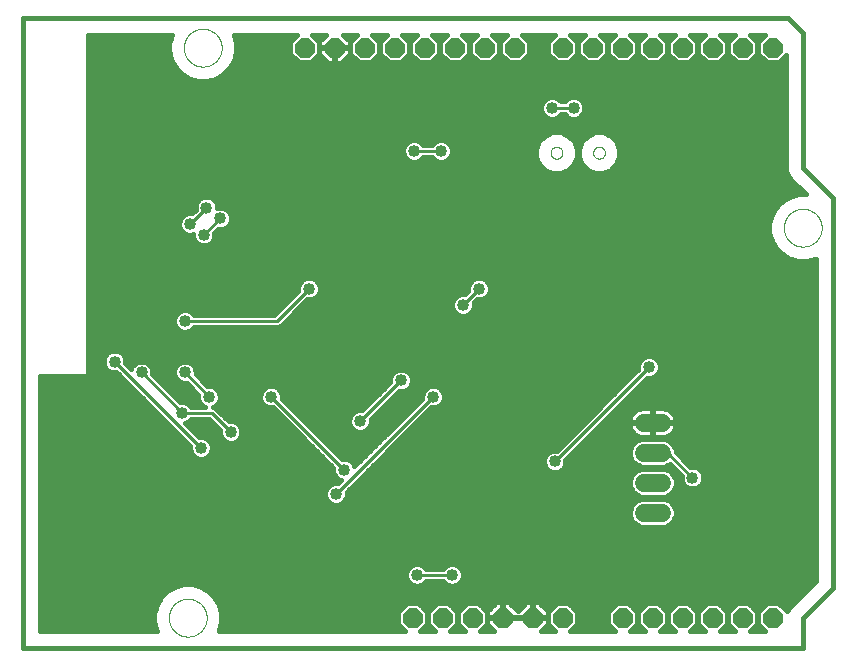
<source format=gbl>
G75*
%MOIN*%
%OFA0B0*%
%FSLAX25Y25*%
%IPPOS*%
%LPD*%
%AMOC8*
5,1,8,0,0,1.08239X$1,22.5*
%
%ADD10C,0.01600*%
%ADD11C,0.00000*%
%ADD12OC8,0.06600*%
%ADD13C,0.06000*%
%ADD14C,0.04000*%
%ADD15C,0.01000*%
D10*
X0027000Y0005737D02*
X0027000Y0215737D01*
X0282000Y0215737D01*
X0287000Y0210737D01*
X0287000Y0165737D01*
X0297000Y0155737D01*
X0297000Y0025737D01*
X0287000Y0015737D01*
X0287000Y0005737D01*
X0027000Y0005737D01*
X0032600Y0011337D02*
X0032600Y0096288D01*
X0048654Y0096288D01*
X0048654Y0210137D01*
X0076724Y0210137D01*
X0076657Y0210021D01*
X0075901Y0207198D01*
X0075901Y0204276D01*
X0076657Y0201453D01*
X0078118Y0198922D01*
X0080185Y0196855D01*
X0082716Y0195394D01*
X0085539Y0194638D01*
X0088461Y0194638D01*
X0091284Y0195394D01*
X0093815Y0196855D01*
X0095882Y0198922D01*
X0097343Y0201453D01*
X0098099Y0204276D01*
X0098099Y0207198D01*
X0097343Y0210021D01*
X0097276Y0210137D01*
X0118470Y0210137D01*
X0116100Y0207767D01*
X0116100Y0203707D01*
X0118970Y0200837D01*
X0123030Y0200837D01*
X0125900Y0203707D01*
X0125900Y0207767D01*
X0123530Y0210137D01*
X0128188Y0210137D01*
X0125900Y0207849D01*
X0125900Y0205921D01*
X0130816Y0205921D01*
X0130816Y0205553D01*
X0131184Y0205553D01*
X0131184Y0200637D01*
X0133112Y0200637D01*
X0136100Y0203625D01*
X0136100Y0205553D01*
X0131184Y0205553D01*
X0131184Y0205921D01*
X0136100Y0205921D01*
X0136100Y0207849D01*
X0133812Y0210137D01*
X0138470Y0210137D01*
X0136100Y0207767D01*
X0136100Y0203707D01*
X0138970Y0200837D01*
X0143030Y0200837D01*
X0145900Y0203707D01*
X0145900Y0207767D01*
X0143530Y0210137D01*
X0148470Y0210137D01*
X0146100Y0207767D01*
X0146100Y0203707D01*
X0148970Y0200837D01*
X0153030Y0200837D01*
X0155900Y0203707D01*
X0155900Y0207767D01*
X0153530Y0210137D01*
X0158470Y0210137D01*
X0156100Y0207767D01*
X0156100Y0203707D01*
X0158970Y0200837D01*
X0163030Y0200837D01*
X0165900Y0203707D01*
X0165900Y0207767D01*
X0163530Y0210137D01*
X0168470Y0210137D01*
X0166100Y0207767D01*
X0166100Y0203707D01*
X0168970Y0200837D01*
X0173030Y0200837D01*
X0175900Y0203707D01*
X0175900Y0207767D01*
X0173530Y0210137D01*
X0178470Y0210137D01*
X0176100Y0207767D01*
X0176100Y0203707D01*
X0178970Y0200837D01*
X0183030Y0200837D01*
X0185900Y0203707D01*
X0185900Y0207767D01*
X0183530Y0210137D01*
X0188470Y0210137D01*
X0186100Y0207767D01*
X0186100Y0203707D01*
X0188970Y0200837D01*
X0193030Y0200837D01*
X0195900Y0203707D01*
X0195900Y0207767D01*
X0193530Y0210137D01*
X0204470Y0210137D01*
X0202100Y0207767D01*
X0202100Y0203707D01*
X0204970Y0200837D01*
X0209030Y0200837D01*
X0211900Y0203707D01*
X0211900Y0207767D01*
X0209530Y0210137D01*
X0214470Y0210137D01*
X0212100Y0207767D01*
X0212100Y0203707D01*
X0214970Y0200837D01*
X0219030Y0200837D01*
X0221900Y0203707D01*
X0221900Y0207767D01*
X0219530Y0210137D01*
X0224470Y0210137D01*
X0222100Y0207767D01*
X0222100Y0203707D01*
X0224970Y0200837D01*
X0229030Y0200837D01*
X0231900Y0203707D01*
X0231900Y0207767D01*
X0229530Y0210137D01*
X0234470Y0210137D01*
X0232100Y0207767D01*
X0232100Y0203707D01*
X0234970Y0200837D01*
X0239030Y0200837D01*
X0241900Y0203707D01*
X0241900Y0207767D01*
X0239530Y0210137D01*
X0244470Y0210137D01*
X0242100Y0207767D01*
X0242100Y0203707D01*
X0244970Y0200837D01*
X0249030Y0200837D01*
X0251900Y0203707D01*
X0251900Y0207767D01*
X0249530Y0210137D01*
X0254470Y0210137D01*
X0252100Y0207767D01*
X0252100Y0203707D01*
X0254970Y0200837D01*
X0259030Y0200837D01*
X0261900Y0203707D01*
X0261900Y0207767D01*
X0259530Y0210137D01*
X0264470Y0210137D01*
X0262100Y0207767D01*
X0262100Y0203707D01*
X0264970Y0200837D01*
X0269030Y0200837D01*
X0271900Y0203707D01*
X0271900Y0207767D01*
X0269530Y0210137D01*
X0274470Y0210137D01*
X0272100Y0207767D01*
X0272100Y0203707D01*
X0274970Y0200837D01*
X0279030Y0200837D01*
X0281400Y0203207D01*
X0281400Y0164623D01*
X0282253Y0162565D01*
X0283828Y0160990D01*
X0287981Y0156836D01*
X0285539Y0156836D01*
X0282716Y0156080D01*
X0280185Y0154619D01*
X0278118Y0152552D01*
X0276657Y0150021D01*
X0275901Y0147198D01*
X0275901Y0144276D01*
X0276657Y0141453D01*
X0278118Y0138922D01*
X0280185Y0136855D01*
X0282716Y0135394D01*
X0285539Y0134638D01*
X0288461Y0134638D01*
X0291284Y0135394D01*
X0291400Y0135461D01*
X0291400Y0028057D01*
X0282253Y0018909D01*
X0281815Y0017852D01*
X0279030Y0020637D01*
X0274970Y0020637D01*
X0272100Y0017767D01*
X0272100Y0013707D01*
X0274470Y0011337D01*
X0269530Y0011337D01*
X0271900Y0013707D01*
X0271900Y0017767D01*
X0269030Y0020637D01*
X0264970Y0020637D01*
X0262100Y0017767D01*
X0262100Y0013707D01*
X0264470Y0011337D01*
X0259530Y0011337D01*
X0261900Y0013707D01*
X0261900Y0017767D01*
X0259030Y0020637D01*
X0254970Y0020637D01*
X0252100Y0017767D01*
X0252100Y0013707D01*
X0254470Y0011337D01*
X0249530Y0011337D01*
X0251900Y0013707D01*
X0251900Y0017767D01*
X0249030Y0020637D01*
X0244970Y0020637D01*
X0242100Y0017767D01*
X0242100Y0013707D01*
X0244470Y0011337D01*
X0239530Y0011337D01*
X0241900Y0013707D01*
X0241900Y0017767D01*
X0239030Y0020637D01*
X0234970Y0020637D01*
X0232100Y0017767D01*
X0232100Y0013707D01*
X0234470Y0011337D01*
X0229530Y0011337D01*
X0231900Y0013707D01*
X0231900Y0017767D01*
X0229030Y0020637D01*
X0224970Y0020637D01*
X0222100Y0017767D01*
X0222100Y0013707D01*
X0224470Y0011337D01*
X0209530Y0011337D01*
X0211900Y0013707D01*
X0211900Y0017767D01*
X0209030Y0020637D01*
X0204970Y0020637D01*
X0202100Y0017767D01*
X0202100Y0013707D01*
X0204470Y0011337D01*
X0199812Y0011337D01*
X0202100Y0013625D01*
X0202100Y0015553D01*
X0197184Y0015553D01*
X0197184Y0015921D01*
X0196816Y0015921D01*
X0196816Y0015553D01*
X0187184Y0015553D01*
X0187184Y0015921D01*
X0192100Y0015921D01*
X0196816Y0015921D01*
X0196816Y0020837D01*
X0194888Y0020837D01*
X0192000Y0017949D01*
X0189112Y0020837D01*
X0187184Y0020837D01*
X0187184Y0015921D01*
X0186816Y0015921D01*
X0186816Y0020837D01*
X0184888Y0020837D01*
X0181900Y0017849D01*
X0181900Y0015921D01*
X0186816Y0015921D01*
X0186816Y0015553D01*
X0181900Y0015553D01*
X0181900Y0013625D01*
X0184188Y0011337D01*
X0179530Y0011337D01*
X0181900Y0013707D01*
X0181900Y0017767D01*
X0179030Y0020637D01*
X0174970Y0020637D01*
X0172100Y0017767D01*
X0172100Y0013707D01*
X0174470Y0011337D01*
X0169530Y0011337D01*
X0171900Y0013707D01*
X0171900Y0017767D01*
X0169030Y0020637D01*
X0164970Y0020637D01*
X0162100Y0017767D01*
X0162100Y0013707D01*
X0164470Y0011337D01*
X0159530Y0011337D01*
X0161900Y0013707D01*
X0161900Y0017767D01*
X0159030Y0020637D01*
X0154970Y0020637D01*
X0152100Y0017767D01*
X0152100Y0013707D01*
X0154470Y0011337D01*
X0092276Y0011337D01*
X0092343Y0011453D01*
X0093099Y0014276D01*
X0093099Y0017198D01*
X0092343Y0020021D01*
X0090882Y0022552D01*
X0088815Y0024619D01*
X0086284Y0026080D01*
X0083461Y0026836D01*
X0080539Y0026836D01*
X0077716Y0026080D01*
X0075185Y0024619D01*
X0073118Y0022552D01*
X0071657Y0020021D01*
X0070901Y0017198D01*
X0070901Y0014276D01*
X0071657Y0011453D01*
X0071724Y0011337D01*
X0032600Y0011337D01*
X0032600Y0012131D02*
X0071475Y0012131D01*
X0071047Y0013730D02*
X0032600Y0013730D01*
X0032600Y0015328D02*
X0070901Y0015328D01*
X0070901Y0016927D02*
X0032600Y0016927D01*
X0032600Y0018525D02*
X0071256Y0018525D01*
X0071716Y0020124D02*
X0032600Y0020124D01*
X0032600Y0021722D02*
X0072639Y0021722D01*
X0073887Y0023321D02*
X0032600Y0023321D01*
X0032600Y0024919D02*
X0075706Y0024919D01*
X0079350Y0026518D02*
X0032600Y0026518D01*
X0032600Y0028116D02*
X0155299Y0028116D01*
X0155348Y0027998D02*
X0156361Y0026985D01*
X0157684Y0026437D01*
X0159116Y0026437D01*
X0160439Y0026985D01*
X0161391Y0027937D01*
X0167109Y0027937D01*
X0168061Y0026985D01*
X0169384Y0026437D01*
X0170816Y0026437D01*
X0172139Y0026985D01*
X0173152Y0027998D01*
X0173700Y0029321D01*
X0173700Y0030753D01*
X0173152Y0032076D01*
X0172139Y0033089D01*
X0170816Y0033637D01*
X0169384Y0033637D01*
X0168061Y0033089D01*
X0167109Y0032137D01*
X0161391Y0032137D01*
X0160439Y0033089D01*
X0159116Y0033637D01*
X0157684Y0033637D01*
X0156361Y0033089D01*
X0155348Y0032076D01*
X0154800Y0030753D01*
X0154800Y0029321D01*
X0155348Y0027998D01*
X0154800Y0029715D02*
X0032600Y0029715D01*
X0032600Y0031313D02*
X0155032Y0031313D01*
X0156184Y0032912D02*
X0032600Y0032912D01*
X0032600Y0034510D02*
X0291400Y0034510D01*
X0291400Y0032912D02*
X0172316Y0032912D01*
X0173468Y0031313D02*
X0291400Y0031313D01*
X0291400Y0029715D02*
X0173700Y0029715D01*
X0173201Y0028116D02*
X0291400Y0028116D01*
X0289861Y0026518D02*
X0171011Y0026518D01*
X0169189Y0026518D02*
X0159311Y0026518D01*
X0157489Y0026518D02*
X0084650Y0026518D01*
X0088294Y0024919D02*
X0288263Y0024919D01*
X0286664Y0023321D02*
X0090113Y0023321D01*
X0091361Y0021722D02*
X0285066Y0021722D01*
X0283467Y0020124D02*
X0279543Y0020124D01*
X0281142Y0018525D02*
X0282093Y0018525D01*
X0274457Y0020124D02*
X0269543Y0020124D01*
X0271142Y0018525D02*
X0272858Y0018525D01*
X0272100Y0016927D02*
X0271900Y0016927D01*
X0271900Y0015328D02*
X0272100Y0015328D01*
X0272100Y0013730D02*
X0271900Y0013730D01*
X0270324Y0012131D02*
X0273676Y0012131D01*
X0263676Y0012131D02*
X0260324Y0012131D01*
X0261900Y0013730D02*
X0262100Y0013730D01*
X0262100Y0015328D02*
X0261900Y0015328D01*
X0261900Y0016927D02*
X0262100Y0016927D01*
X0262858Y0018525D02*
X0261142Y0018525D01*
X0259543Y0020124D02*
X0264457Y0020124D01*
X0254457Y0020124D02*
X0249543Y0020124D01*
X0251142Y0018525D02*
X0252858Y0018525D01*
X0252100Y0016927D02*
X0251900Y0016927D01*
X0251900Y0015328D02*
X0252100Y0015328D01*
X0252100Y0013730D02*
X0251900Y0013730D01*
X0250324Y0012131D02*
X0253676Y0012131D01*
X0243676Y0012131D02*
X0240324Y0012131D01*
X0241900Y0013730D02*
X0242100Y0013730D01*
X0242100Y0015328D02*
X0241900Y0015328D01*
X0241900Y0016927D02*
X0242100Y0016927D01*
X0242858Y0018525D02*
X0241142Y0018525D01*
X0239543Y0020124D02*
X0244457Y0020124D01*
X0234457Y0020124D02*
X0229543Y0020124D01*
X0231142Y0018525D02*
X0232858Y0018525D01*
X0232100Y0016927D02*
X0231900Y0016927D01*
X0231900Y0015328D02*
X0232100Y0015328D01*
X0232100Y0013730D02*
X0231900Y0013730D01*
X0230324Y0012131D02*
X0233676Y0012131D01*
X0223676Y0012131D02*
X0210324Y0012131D01*
X0211900Y0013730D02*
X0222100Y0013730D01*
X0222100Y0015328D02*
X0211900Y0015328D01*
X0211900Y0016927D02*
X0222100Y0016927D01*
X0222858Y0018525D02*
X0211142Y0018525D01*
X0209543Y0020124D02*
X0224457Y0020124D01*
X0204457Y0020124D02*
X0199826Y0020124D01*
X0199112Y0020837D02*
X0197184Y0020837D01*
X0197184Y0015921D01*
X0202100Y0015921D01*
X0202100Y0017849D01*
X0199112Y0020837D01*
X0197184Y0020124D02*
X0196816Y0020124D01*
X0196816Y0018525D02*
X0197184Y0018525D01*
X0197184Y0016927D02*
X0196816Y0016927D01*
X0192576Y0018525D02*
X0191424Y0018525D01*
X0189826Y0020124D02*
X0194174Y0020124D01*
X0187184Y0020124D02*
X0186816Y0020124D01*
X0186816Y0018525D02*
X0187184Y0018525D01*
X0187184Y0016927D02*
X0186816Y0016927D01*
X0184174Y0020124D02*
X0179543Y0020124D01*
X0181142Y0018525D02*
X0182576Y0018525D01*
X0181900Y0016927D02*
X0181900Y0016927D01*
X0181900Y0015328D02*
X0181900Y0015328D01*
X0181900Y0013730D02*
X0181900Y0013730D01*
X0183393Y0012131D02*
X0180324Y0012131D01*
X0173676Y0012131D02*
X0170324Y0012131D01*
X0171900Y0013730D02*
X0172100Y0013730D01*
X0172100Y0015328D02*
X0171900Y0015328D01*
X0171900Y0016927D02*
X0172100Y0016927D01*
X0172858Y0018525D02*
X0171142Y0018525D01*
X0169543Y0020124D02*
X0174457Y0020124D01*
X0164457Y0020124D02*
X0159543Y0020124D01*
X0161142Y0018525D02*
X0162858Y0018525D01*
X0162100Y0016927D02*
X0161900Y0016927D01*
X0161900Y0015328D02*
X0162100Y0015328D01*
X0162100Y0013730D02*
X0161900Y0013730D01*
X0160324Y0012131D02*
X0163676Y0012131D01*
X0153676Y0012131D02*
X0092525Y0012131D01*
X0092953Y0013730D02*
X0152100Y0013730D01*
X0152100Y0015328D02*
X0093099Y0015328D01*
X0093099Y0016927D02*
X0152100Y0016927D01*
X0152858Y0018525D02*
X0092744Y0018525D01*
X0092284Y0020124D02*
X0154457Y0020124D01*
X0160616Y0032912D02*
X0167884Y0032912D01*
X0200607Y0012131D02*
X0203676Y0012131D01*
X0202100Y0013730D02*
X0202100Y0013730D01*
X0202100Y0015328D02*
X0202100Y0015328D01*
X0202100Y0016927D02*
X0202100Y0016927D01*
X0201424Y0018525D02*
X0202858Y0018525D01*
X0231394Y0046837D02*
X0233085Y0046137D01*
X0240915Y0046137D01*
X0242606Y0046837D01*
X0243900Y0048131D01*
X0244600Y0049822D01*
X0244600Y0051652D01*
X0243900Y0053343D01*
X0242606Y0054637D01*
X0240915Y0055337D01*
X0233085Y0055337D01*
X0231394Y0054637D01*
X0230100Y0053343D01*
X0229400Y0051652D01*
X0229400Y0049822D01*
X0230100Y0048131D01*
X0231394Y0046837D01*
X0230933Y0047298D02*
X0032600Y0047298D01*
X0032600Y0045700D02*
X0291400Y0045700D01*
X0291400Y0047298D02*
X0243067Y0047298D01*
X0244217Y0048897D02*
X0291400Y0048897D01*
X0291400Y0050495D02*
X0244600Y0050495D01*
X0244417Y0052094D02*
X0291400Y0052094D01*
X0291400Y0053692D02*
X0243550Y0053692D01*
X0241026Y0055291D02*
X0291400Y0055291D01*
X0291400Y0056889D02*
X0242658Y0056889D01*
X0242606Y0056837D02*
X0243900Y0058131D01*
X0244600Y0059822D01*
X0244600Y0061652D01*
X0243900Y0063343D01*
X0242606Y0064637D01*
X0240915Y0065337D01*
X0233085Y0065337D01*
X0231394Y0064637D01*
X0230100Y0063343D01*
X0229400Y0061652D01*
X0229400Y0059822D01*
X0230100Y0058131D01*
X0231394Y0056837D01*
X0233085Y0056137D01*
X0240915Y0056137D01*
X0242606Y0056837D01*
X0244047Y0058488D02*
X0291400Y0058488D01*
X0291400Y0060086D02*
X0252941Y0060086D01*
X0253252Y0060398D02*
X0253800Y0061721D01*
X0253800Y0063153D01*
X0253252Y0064476D01*
X0252239Y0065489D01*
X0250916Y0066037D01*
X0249570Y0066037D01*
X0244600Y0071007D01*
X0244600Y0071652D01*
X0243900Y0073343D01*
X0242606Y0074637D01*
X0240915Y0075337D01*
X0233085Y0075337D01*
X0231394Y0074637D01*
X0230100Y0073343D01*
X0229400Y0071652D01*
X0229400Y0069822D01*
X0230100Y0068131D01*
X0231394Y0066837D01*
X0233085Y0066137D01*
X0240915Y0066137D01*
X0242606Y0066837D01*
X0242718Y0066949D01*
X0246600Y0063067D01*
X0246600Y0061721D01*
X0247148Y0060398D01*
X0248161Y0059385D01*
X0249484Y0058837D01*
X0250916Y0058837D01*
X0252239Y0059385D01*
X0253252Y0060398D01*
X0253785Y0061685D02*
X0291400Y0061685D01*
X0291400Y0063283D02*
X0253746Y0063283D01*
X0252846Y0064882D02*
X0291400Y0064882D01*
X0291400Y0066480D02*
X0249126Y0066480D01*
X0247528Y0068079D02*
X0291400Y0068079D01*
X0291400Y0069677D02*
X0245929Y0069677D01*
X0244600Y0071276D02*
X0291400Y0071276D01*
X0291400Y0072874D02*
X0244094Y0072874D01*
X0242769Y0074473D02*
X0291400Y0074473D01*
X0291400Y0076072D02*
X0241174Y0076072D01*
X0241124Y0076055D02*
X0241843Y0076289D01*
X0242516Y0076632D01*
X0243127Y0077076D01*
X0243661Y0077610D01*
X0244105Y0078221D01*
X0244448Y0078894D01*
X0244682Y0079613D01*
X0244800Y0080359D01*
X0244800Y0080537D01*
X0237200Y0080537D01*
X0237200Y0075937D01*
X0240378Y0075937D01*
X0241124Y0076055D01*
X0243705Y0077670D02*
X0291400Y0077670D01*
X0291400Y0079269D02*
X0244570Y0079269D01*
X0244800Y0080937D02*
X0244800Y0081115D01*
X0244682Y0081861D01*
X0244448Y0082580D01*
X0244105Y0083253D01*
X0243661Y0083864D01*
X0243127Y0084398D01*
X0242516Y0084842D01*
X0241843Y0085185D01*
X0241124Y0085419D01*
X0240378Y0085537D01*
X0237200Y0085537D01*
X0237200Y0080937D01*
X0244800Y0080937D01*
X0244485Y0082466D02*
X0291400Y0082466D01*
X0291400Y0084064D02*
X0243461Y0084064D01*
X0237200Y0084064D02*
X0236800Y0084064D01*
X0236800Y0085537D02*
X0233622Y0085537D01*
X0232876Y0085419D01*
X0232157Y0085185D01*
X0231484Y0084842D01*
X0230873Y0084398D01*
X0230339Y0083864D01*
X0229895Y0083253D01*
X0229552Y0082580D01*
X0229318Y0081861D01*
X0229200Y0081115D01*
X0229200Y0080937D01*
X0236800Y0080937D01*
X0236800Y0080537D01*
X0237200Y0080537D01*
X0237200Y0080937D01*
X0236800Y0080937D01*
X0236800Y0085537D01*
X0236800Y0082466D02*
X0237200Y0082466D01*
X0237200Y0080867D02*
X0291400Y0080867D01*
X0291400Y0085663D02*
X0225095Y0085663D01*
X0226694Y0087261D02*
X0291400Y0087261D01*
X0291400Y0088860D02*
X0228292Y0088860D01*
X0229891Y0090458D02*
X0291400Y0090458D01*
X0291400Y0092057D02*
X0231489Y0092057D01*
X0233088Y0093655D02*
X0291400Y0093655D01*
X0291400Y0095254D02*
X0234686Y0095254D01*
X0235170Y0095737D02*
X0236516Y0095737D01*
X0237839Y0096285D01*
X0238852Y0097298D01*
X0239400Y0098621D01*
X0239400Y0100053D01*
X0238852Y0101376D01*
X0237839Y0102389D01*
X0236516Y0102937D01*
X0235084Y0102937D01*
X0233761Y0102389D01*
X0232748Y0101376D01*
X0232200Y0100053D01*
X0232200Y0098707D01*
X0204930Y0071437D01*
X0203584Y0071437D01*
X0202261Y0070889D01*
X0201248Y0069876D01*
X0200700Y0068553D01*
X0200700Y0067121D01*
X0201248Y0065798D01*
X0202261Y0064785D01*
X0203584Y0064237D01*
X0205016Y0064237D01*
X0206339Y0064785D01*
X0207352Y0065798D01*
X0207900Y0067121D01*
X0207900Y0068467D01*
X0235170Y0095737D01*
X0238406Y0096852D02*
X0291400Y0096852D01*
X0291400Y0098451D02*
X0239329Y0098451D01*
X0239400Y0100049D02*
X0291400Y0100049D01*
X0291400Y0101648D02*
X0238580Y0101648D01*
X0233020Y0101648D02*
X0061200Y0101648D01*
X0061200Y0101853D02*
X0060652Y0103176D01*
X0059639Y0104189D01*
X0058316Y0104737D01*
X0056884Y0104737D01*
X0055561Y0104189D01*
X0054548Y0103176D01*
X0054000Y0101853D01*
X0054000Y0100421D01*
X0054548Y0099098D01*
X0055561Y0098085D01*
X0056884Y0097537D01*
X0058230Y0097537D01*
X0082800Y0072967D01*
X0082800Y0071621D01*
X0083348Y0070298D01*
X0084361Y0069285D01*
X0085684Y0068737D01*
X0087116Y0068737D01*
X0088439Y0069285D01*
X0089452Y0070298D01*
X0090000Y0071621D01*
X0090000Y0073053D01*
X0089452Y0074376D01*
X0088439Y0075389D01*
X0087116Y0075937D01*
X0085770Y0075937D01*
X0081137Y0080570D01*
X0082139Y0080985D01*
X0083091Y0081937D01*
X0089130Y0081937D01*
X0092700Y0078367D01*
X0092700Y0077021D01*
X0093248Y0075698D01*
X0094261Y0074685D01*
X0095584Y0074137D01*
X0097016Y0074137D01*
X0098339Y0074685D01*
X0099352Y0075698D01*
X0099900Y0077021D01*
X0099900Y0078453D01*
X0099352Y0079776D01*
X0098339Y0080789D01*
X0097016Y0081337D01*
X0095670Y0081337D01*
X0090870Y0086137D01*
X0090540Y0086137D01*
X0091139Y0086385D01*
X0092152Y0087398D01*
X0092700Y0088721D01*
X0092700Y0090153D01*
X0092152Y0091476D01*
X0091139Y0092489D01*
X0089816Y0093037D01*
X0088470Y0093037D01*
X0084600Y0096907D01*
X0084600Y0098253D01*
X0084052Y0099576D01*
X0083039Y0100589D01*
X0081716Y0101137D01*
X0080284Y0101137D01*
X0078961Y0100589D01*
X0077948Y0099576D01*
X0077400Y0098253D01*
X0077400Y0096821D01*
X0077948Y0095498D01*
X0078961Y0094485D01*
X0080284Y0093937D01*
X0081630Y0093937D01*
X0085500Y0090067D01*
X0085500Y0088721D01*
X0086048Y0087398D01*
X0087061Y0086385D01*
X0087660Y0086137D01*
X0083091Y0086137D01*
X0082139Y0087089D01*
X0080816Y0087637D01*
X0079470Y0087637D01*
X0070200Y0096907D01*
X0070200Y0098253D01*
X0069652Y0099576D01*
X0068639Y0100589D01*
X0067316Y0101137D01*
X0065884Y0101137D01*
X0064561Y0100589D01*
X0063548Y0099576D01*
X0063133Y0098574D01*
X0061200Y0100507D01*
X0061200Y0101853D01*
X0060582Y0103246D02*
X0291400Y0103246D01*
X0291400Y0104845D02*
X0048654Y0104845D01*
X0048654Y0106443D02*
X0291400Y0106443D01*
X0291400Y0108042D02*
X0048654Y0108042D01*
X0048654Y0109640D02*
X0291400Y0109640D01*
X0291400Y0111239D02*
X0082203Y0111239D01*
X0081716Y0111037D02*
X0083039Y0111585D01*
X0083991Y0112537D01*
X0112470Y0112537D01*
X0113700Y0113767D01*
X0121770Y0121837D01*
X0123116Y0121837D01*
X0124439Y0122385D01*
X0125452Y0123398D01*
X0126000Y0124721D01*
X0126000Y0126153D01*
X0125452Y0127476D01*
X0124439Y0128489D01*
X0123116Y0129037D01*
X0121684Y0129037D01*
X0120361Y0128489D01*
X0119348Y0127476D01*
X0118800Y0126153D01*
X0118800Y0124807D01*
X0110730Y0116737D01*
X0083991Y0116737D01*
X0083039Y0117689D01*
X0081716Y0118237D01*
X0080284Y0118237D01*
X0078961Y0117689D01*
X0077948Y0116676D01*
X0077400Y0115353D01*
X0077400Y0113921D01*
X0077948Y0112598D01*
X0078961Y0111585D01*
X0080284Y0111037D01*
X0081716Y0111037D01*
X0079797Y0111239D02*
X0048654Y0111239D01*
X0048654Y0112837D02*
X0077849Y0112837D01*
X0077400Y0114436D02*
X0048654Y0114436D01*
X0048654Y0116034D02*
X0077682Y0116034D01*
X0078905Y0117633D02*
X0048654Y0117633D01*
X0048654Y0119231D02*
X0113224Y0119231D01*
X0111626Y0117633D02*
X0083095Y0117633D01*
X0083579Y0100049D02*
X0232200Y0100049D01*
X0231944Y0098451D02*
X0084518Y0098451D01*
X0084655Y0096852D02*
X0149938Y0096852D01*
X0149948Y0096876D02*
X0149400Y0095553D01*
X0149400Y0094207D01*
X0140130Y0084937D01*
X0138784Y0084937D01*
X0137461Y0084389D01*
X0136448Y0083376D01*
X0135900Y0082053D01*
X0135900Y0080621D01*
X0136448Y0079298D01*
X0137461Y0078285D01*
X0138784Y0077737D01*
X0140216Y0077737D01*
X0141539Y0078285D01*
X0142552Y0079298D01*
X0143100Y0080621D01*
X0143100Y0081967D01*
X0152370Y0091237D01*
X0153716Y0091237D01*
X0155039Y0091785D01*
X0156052Y0092798D01*
X0156600Y0094121D01*
X0156600Y0095553D01*
X0156052Y0096876D01*
X0155039Y0097889D01*
X0153716Y0098437D01*
X0152284Y0098437D01*
X0150961Y0097889D01*
X0149948Y0096876D01*
X0149400Y0095254D02*
X0086253Y0095254D01*
X0087852Y0093655D02*
X0148848Y0093655D01*
X0147250Y0092057D02*
X0112272Y0092057D01*
X0111839Y0092489D02*
X0110516Y0093037D01*
X0109084Y0093037D01*
X0107761Y0092489D01*
X0106748Y0091476D01*
X0106200Y0090153D01*
X0106200Y0088721D01*
X0106748Y0087398D01*
X0107761Y0086385D01*
X0109084Y0085837D01*
X0110430Y0085837D01*
X0130500Y0065767D01*
X0130500Y0064421D01*
X0131048Y0063098D01*
X0132061Y0062085D01*
X0133063Y0061670D01*
X0132030Y0060637D01*
X0130684Y0060637D01*
X0129361Y0060089D01*
X0128348Y0059076D01*
X0127800Y0057753D01*
X0127800Y0056321D01*
X0128348Y0054998D01*
X0129361Y0053985D01*
X0130684Y0053437D01*
X0132116Y0053437D01*
X0133439Y0053985D01*
X0134452Y0054998D01*
X0135000Y0056321D01*
X0135000Y0057667D01*
X0163170Y0085837D01*
X0164516Y0085837D01*
X0165839Y0086385D01*
X0166852Y0087398D01*
X0167400Y0088721D01*
X0167400Y0090153D01*
X0166852Y0091476D01*
X0165839Y0092489D01*
X0164516Y0093037D01*
X0163084Y0093037D01*
X0161761Y0092489D01*
X0160748Y0091476D01*
X0160200Y0090153D01*
X0160200Y0088807D01*
X0137567Y0066174D01*
X0137152Y0067176D01*
X0136139Y0068189D01*
X0134816Y0068737D01*
X0133470Y0068737D01*
X0113400Y0088807D01*
X0113400Y0090153D01*
X0112852Y0091476D01*
X0111839Y0092489D01*
X0113274Y0090458D02*
X0145651Y0090458D01*
X0144053Y0088860D02*
X0113400Y0088860D01*
X0114946Y0087261D02*
X0142454Y0087261D01*
X0140856Y0085663D02*
X0116544Y0085663D01*
X0118143Y0084064D02*
X0137136Y0084064D01*
X0136071Y0082466D02*
X0119741Y0082466D01*
X0121340Y0080867D02*
X0135900Y0080867D01*
X0136477Y0079269D02*
X0122938Y0079269D01*
X0124537Y0077670D02*
X0149063Y0077670D01*
X0147465Y0076072D02*
X0126135Y0076072D01*
X0127734Y0074473D02*
X0145866Y0074473D01*
X0144268Y0072874D02*
X0129332Y0072874D01*
X0130931Y0071276D02*
X0142669Y0071276D01*
X0141071Y0069677D02*
X0132529Y0069677D01*
X0136249Y0068079D02*
X0139472Y0068079D01*
X0137874Y0066480D02*
X0137440Y0066480D01*
X0140616Y0063283D02*
X0230076Y0063283D01*
X0229414Y0061685D02*
X0139018Y0061685D01*
X0137419Y0060086D02*
X0229400Y0060086D01*
X0229953Y0058488D02*
X0135821Y0058488D01*
X0135000Y0056889D02*
X0231342Y0056889D01*
X0232974Y0055291D02*
X0134573Y0055291D01*
X0132733Y0053692D02*
X0230450Y0053692D01*
X0229583Y0052094D02*
X0032600Y0052094D01*
X0032600Y0053692D02*
X0130067Y0053692D01*
X0128227Y0055291D02*
X0032600Y0055291D01*
X0032600Y0056889D02*
X0127800Y0056889D01*
X0128104Y0058488D02*
X0032600Y0058488D01*
X0032600Y0060086D02*
X0129358Y0060086D01*
X0130971Y0063283D02*
X0032600Y0063283D01*
X0032600Y0061685D02*
X0133027Y0061685D01*
X0130500Y0064882D02*
X0032600Y0064882D01*
X0032600Y0066480D02*
X0129787Y0066480D01*
X0128188Y0068079D02*
X0032600Y0068079D01*
X0032600Y0069677D02*
X0083968Y0069677D01*
X0082943Y0071276D02*
X0032600Y0071276D01*
X0032600Y0072874D02*
X0082800Y0072874D01*
X0081294Y0074473D02*
X0032600Y0074473D01*
X0032600Y0076072D02*
X0079696Y0076072D01*
X0078097Y0077670D02*
X0032600Y0077670D01*
X0032600Y0079269D02*
X0076499Y0079269D01*
X0074900Y0080867D02*
X0032600Y0080867D01*
X0032600Y0082466D02*
X0073302Y0082466D01*
X0071703Y0084064D02*
X0032600Y0084064D01*
X0032600Y0085663D02*
X0070105Y0085663D01*
X0068506Y0087261D02*
X0032600Y0087261D01*
X0032600Y0088860D02*
X0066908Y0088860D01*
X0065309Y0090458D02*
X0032600Y0090458D01*
X0032600Y0092057D02*
X0063711Y0092057D01*
X0062112Y0093655D02*
X0032600Y0093655D01*
X0032600Y0095254D02*
X0060514Y0095254D01*
X0058915Y0096852D02*
X0048654Y0096852D01*
X0048654Y0098451D02*
X0055195Y0098451D01*
X0054154Y0100049D02*
X0048654Y0100049D01*
X0048654Y0101648D02*
X0054000Y0101648D01*
X0054618Y0103246D02*
X0048654Y0103246D01*
X0061658Y0100049D02*
X0064021Y0100049D01*
X0069179Y0100049D02*
X0078421Y0100049D01*
X0077482Y0098451D02*
X0070118Y0098451D01*
X0070255Y0096852D02*
X0077400Y0096852D01*
X0078192Y0095254D02*
X0071853Y0095254D01*
X0073452Y0093655D02*
X0081912Y0093655D01*
X0083511Y0092057D02*
X0075050Y0092057D01*
X0076649Y0090458D02*
X0085109Y0090458D01*
X0085500Y0088860D02*
X0078247Y0088860D01*
X0081724Y0087261D02*
X0086185Y0087261D01*
X0091344Y0085663D02*
X0110605Y0085663D01*
X0112203Y0084064D02*
X0092943Y0084064D01*
X0094541Y0082466D02*
X0113802Y0082466D01*
X0115400Y0080867D02*
X0098151Y0080867D01*
X0099562Y0079269D02*
X0116999Y0079269D01*
X0118597Y0077670D02*
X0099900Y0077670D01*
X0099507Y0076072D02*
X0120196Y0076072D01*
X0121794Y0074473D02*
X0097827Y0074473D01*
X0094773Y0074473D02*
X0089355Y0074473D01*
X0090000Y0072874D02*
X0123393Y0072874D01*
X0124991Y0071276D02*
X0089857Y0071276D01*
X0088832Y0069677D02*
X0126590Y0069677D01*
X0142215Y0064882D02*
X0202164Y0064882D01*
X0200965Y0066480D02*
X0143813Y0066480D01*
X0145412Y0068079D02*
X0200700Y0068079D01*
X0201166Y0069677D02*
X0147010Y0069677D01*
X0148609Y0071276D02*
X0203195Y0071276D01*
X0206368Y0072874D02*
X0150207Y0072874D01*
X0151806Y0074473D02*
X0207966Y0074473D01*
X0209565Y0076072D02*
X0153404Y0076072D01*
X0155003Y0077670D02*
X0211163Y0077670D01*
X0212762Y0079269D02*
X0156601Y0079269D01*
X0158200Y0080867D02*
X0214360Y0080867D01*
X0215959Y0082466D02*
X0159798Y0082466D01*
X0161397Y0084064D02*
X0217557Y0084064D01*
X0219156Y0085663D02*
X0162995Y0085663D01*
X0166715Y0087261D02*
X0220754Y0087261D01*
X0222353Y0088860D02*
X0167400Y0088860D01*
X0167274Y0090458D02*
X0223951Y0090458D01*
X0225550Y0092057D02*
X0166272Y0092057D01*
X0161328Y0092057D02*
X0155311Y0092057D01*
X0156407Y0093655D02*
X0227148Y0093655D01*
X0228747Y0095254D02*
X0156600Y0095254D01*
X0156062Y0096852D02*
X0230345Y0096852D01*
X0230539Y0084064D02*
X0223497Y0084064D01*
X0221898Y0082466D02*
X0229515Y0082466D01*
X0229200Y0080537D02*
X0229200Y0080359D01*
X0229318Y0079613D01*
X0229552Y0078894D01*
X0229895Y0078221D01*
X0230339Y0077610D01*
X0230873Y0077076D01*
X0231484Y0076632D01*
X0232157Y0076289D01*
X0232876Y0076055D01*
X0233622Y0075937D01*
X0236800Y0075937D01*
X0236800Y0080537D01*
X0229200Y0080537D01*
X0229430Y0079269D02*
X0218701Y0079269D01*
X0220300Y0080867D02*
X0236800Y0080867D01*
X0236800Y0079269D02*
X0237200Y0079269D01*
X0237200Y0077670D02*
X0236800Y0077670D01*
X0236800Y0076072D02*
X0237200Y0076072D01*
X0232826Y0076072D02*
X0215504Y0076072D01*
X0217103Y0077670D02*
X0230295Y0077670D01*
X0231231Y0074473D02*
X0213906Y0074473D01*
X0212307Y0072874D02*
X0229906Y0072874D01*
X0229400Y0071276D02*
X0210709Y0071276D01*
X0209110Y0069677D02*
X0229460Y0069677D01*
X0230153Y0068079D02*
X0207900Y0068079D01*
X0207635Y0066480D02*
X0232256Y0066480D01*
X0231986Y0064882D02*
X0206436Y0064882D01*
X0229400Y0050495D02*
X0032600Y0050495D01*
X0032600Y0048897D02*
X0229783Y0048897D01*
X0244600Y0060086D02*
X0247459Y0060086D01*
X0246615Y0061685D02*
X0244586Y0061685D01*
X0243924Y0063283D02*
X0246384Y0063283D01*
X0244785Y0064882D02*
X0242014Y0064882D01*
X0241744Y0066480D02*
X0243187Y0066480D01*
X0291400Y0044101D02*
X0032600Y0044101D01*
X0032600Y0042503D02*
X0291400Y0042503D01*
X0291400Y0040904D02*
X0032600Y0040904D01*
X0032600Y0039306D02*
X0291400Y0039306D01*
X0291400Y0037707D02*
X0032600Y0037707D01*
X0032600Y0036109D02*
X0291400Y0036109D01*
X0291400Y0112837D02*
X0112770Y0112837D01*
X0114369Y0114436D02*
X0291400Y0114436D01*
X0291400Y0116034D02*
X0115967Y0116034D01*
X0117566Y0117633D02*
X0171013Y0117633D01*
X0170648Y0117998D02*
X0171661Y0116985D01*
X0172984Y0116437D01*
X0174416Y0116437D01*
X0175739Y0116985D01*
X0176752Y0117998D01*
X0177300Y0119321D01*
X0177300Y0120667D01*
X0178470Y0121837D01*
X0179816Y0121837D01*
X0181139Y0122385D01*
X0182152Y0123398D01*
X0182700Y0124721D01*
X0182700Y0126153D01*
X0182152Y0127476D01*
X0181139Y0128489D01*
X0179816Y0129037D01*
X0178384Y0129037D01*
X0177061Y0128489D01*
X0176048Y0127476D01*
X0175500Y0126153D01*
X0175500Y0124807D01*
X0174330Y0123637D01*
X0172984Y0123637D01*
X0171661Y0123089D01*
X0170648Y0122076D01*
X0170100Y0120753D01*
X0170100Y0119321D01*
X0170648Y0117998D01*
X0170137Y0119231D02*
X0119164Y0119231D01*
X0120763Y0120830D02*
X0170132Y0120830D01*
X0171000Y0122428D02*
X0124482Y0122428D01*
X0125712Y0124027D02*
X0174720Y0124027D01*
X0175500Y0125625D02*
X0126000Y0125625D01*
X0125556Y0127224D02*
X0175944Y0127224D01*
X0177866Y0128822D02*
X0123634Y0128822D01*
X0121166Y0128822D02*
X0048654Y0128822D01*
X0048654Y0127224D02*
X0119244Y0127224D01*
X0118800Y0125625D02*
X0048654Y0125625D01*
X0048654Y0124027D02*
X0118020Y0124027D01*
X0116421Y0122428D02*
X0048654Y0122428D01*
X0048654Y0120830D02*
X0114823Y0120830D01*
X0090352Y0141398D02*
X0089339Y0140385D01*
X0088016Y0139837D01*
X0086584Y0139837D01*
X0085261Y0140385D01*
X0084248Y0141398D01*
X0083700Y0142721D01*
X0083700Y0143513D01*
X0083516Y0143437D01*
X0082084Y0143437D01*
X0080761Y0143985D01*
X0079748Y0144998D01*
X0079200Y0146321D01*
X0079200Y0147753D01*
X0079748Y0149076D01*
X0080761Y0150089D01*
X0082084Y0150637D01*
X0083430Y0150637D01*
X0084600Y0151807D01*
X0084600Y0153153D01*
X0085148Y0154476D01*
X0086161Y0155489D01*
X0087484Y0156037D01*
X0088916Y0156037D01*
X0090239Y0155489D01*
X0091252Y0154476D01*
X0091800Y0153153D01*
X0091800Y0152361D01*
X0091984Y0152437D01*
X0093416Y0152437D01*
X0094739Y0151889D01*
X0095752Y0150876D01*
X0096300Y0149553D01*
X0096300Y0148121D01*
X0095752Y0146798D01*
X0094739Y0145785D01*
X0093416Y0145237D01*
X0092070Y0145237D01*
X0090900Y0144067D01*
X0090900Y0142721D01*
X0090352Y0141398D01*
X0090440Y0141610D02*
X0276615Y0141610D01*
X0276187Y0143209D02*
X0090900Y0143209D01*
X0091640Y0144807D02*
X0275901Y0144807D01*
X0275901Y0146406D02*
X0095360Y0146406D01*
X0096252Y0148005D02*
X0276117Y0148005D01*
X0276545Y0149603D02*
X0096279Y0149603D01*
X0095427Y0151202D02*
X0277339Y0151202D01*
X0278366Y0152800D02*
X0091800Y0152800D01*
X0091284Y0154399D02*
X0279965Y0154399D01*
X0282573Y0155997D02*
X0089012Y0155997D01*
X0087388Y0155997D02*
X0048654Y0155997D01*
X0048654Y0154399D02*
X0085116Y0154399D01*
X0084600Y0152800D02*
X0048654Y0152800D01*
X0048654Y0151202D02*
X0083995Y0151202D01*
X0080275Y0149603D02*
X0048654Y0149603D01*
X0048654Y0148005D02*
X0079304Y0148005D01*
X0079200Y0146406D02*
X0048654Y0146406D01*
X0048654Y0144807D02*
X0079938Y0144807D01*
X0083700Y0143209D02*
X0048654Y0143209D01*
X0048654Y0141610D02*
X0084160Y0141610D01*
X0086162Y0140012D02*
X0048654Y0140012D01*
X0048654Y0138413D02*
X0278627Y0138413D01*
X0277489Y0140012D02*
X0088438Y0140012D01*
X0048654Y0136815D02*
X0280255Y0136815D01*
X0283379Y0135216D02*
X0048654Y0135216D01*
X0048654Y0133618D02*
X0291400Y0133618D01*
X0291400Y0135216D02*
X0290621Y0135216D01*
X0291400Y0132019D02*
X0048654Y0132019D01*
X0048654Y0130421D02*
X0291400Y0130421D01*
X0291400Y0128822D02*
X0180334Y0128822D01*
X0182256Y0127224D02*
X0291400Y0127224D01*
X0291400Y0125625D02*
X0182700Y0125625D01*
X0182412Y0124027D02*
X0291400Y0124027D01*
X0291400Y0122428D02*
X0181182Y0122428D01*
X0177463Y0120830D02*
X0291400Y0120830D01*
X0291400Y0119231D02*
X0177263Y0119231D01*
X0176387Y0117633D02*
X0291400Y0117633D01*
X0287222Y0157596D02*
X0048654Y0157596D01*
X0048654Y0159194D02*
X0285623Y0159194D01*
X0284025Y0160793D02*
X0048654Y0160793D01*
X0048654Y0162391D02*
X0282426Y0162391D01*
X0281662Y0163990D02*
X0220484Y0163990D01*
X0220433Y0163969D02*
X0222921Y0164999D01*
X0224825Y0166903D01*
X0225855Y0169391D01*
X0225855Y0172083D01*
X0224825Y0174571D01*
X0222921Y0176475D01*
X0220433Y0177505D01*
X0217740Y0177505D01*
X0215253Y0176475D01*
X0213349Y0174571D01*
X0212318Y0172083D01*
X0212318Y0169391D01*
X0213349Y0166903D01*
X0215253Y0164999D01*
X0217740Y0163969D01*
X0220433Y0163969D01*
X0217689Y0163990D02*
X0206311Y0163990D01*
X0206260Y0163969D02*
X0208747Y0164999D01*
X0210651Y0166903D01*
X0211682Y0169391D01*
X0211682Y0172083D01*
X0210651Y0174571D01*
X0208747Y0176475D01*
X0206260Y0177505D01*
X0203567Y0177505D01*
X0201079Y0176475D01*
X0199175Y0174571D01*
X0198145Y0172083D01*
X0198145Y0169391D01*
X0199175Y0166903D01*
X0201079Y0164999D01*
X0203567Y0163969D01*
X0206260Y0163969D01*
X0203516Y0163990D02*
X0048654Y0163990D01*
X0048654Y0165588D02*
X0200490Y0165588D01*
X0199058Y0167187D02*
X0048654Y0167187D01*
X0048654Y0168785D02*
X0154961Y0168785D01*
X0155461Y0168285D02*
X0156784Y0167737D01*
X0158216Y0167737D01*
X0159539Y0168285D01*
X0160491Y0169237D01*
X0163509Y0169237D01*
X0164461Y0168285D01*
X0165784Y0167737D01*
X0167216Y0167737D01*
X0168539Y0168285D01*
X0169552Y0169298D01*
X0170100Y0170621D01*
X0170100Y0172053D01*
X0169552Y0173376D01*
X0168539Y0174389D01*
X0167216Y0174937D01*
X0165784Y0174937D01*
X0164461Y0174389D01*
X0163509Y0173437D01*
X0160491Y0173437D01*
X0159539Y0174389D01*
X0158216Y0174937D01*
X0156784Y0174937D01*
X0155461Y0174389D01*
X0154448Y0173376D01*
X0153900Y0172053D01*
X0153900Y0170621D01*
X0154448Y0169298D01*
X0155461Y0168285D01*
X0153998Y0170384D02*
X0048654Y0170384D01*
X0048654Y0171982D02*
X0153900Y0171982D01*
X0154653Y0173581D02*
X0048654Y0173581D01*
X0048654Y0175179D02*
X0199783Y0175179D01*
X0198765Y0173581D02*
X0169347Y0173581D01*
X0170100Y0171982D02*
X0198145Y0171982D01*
X0198145Y0170384D02*
X0170002Y0170384D01*
X0169039Y0168785D02*
X0198396Y0168785D01*
X0209337Y0165588D02*
X0214663Y0165588D01*
X0213231Y0167187D02*
X0210769Y0167187D01*
X0211431Y0168785D02*
X0212569Y0168785D01*
X0212318Y0170384D02*
X0211682Y0170384D01*
X0211682Y0171982D02*
X0212318Y0171982D01*
X0212938Y0173581D02*
X0211062Y0173581D01*
X0210043Y0175179D02*
X0213957Y0175179D01*
X0215983Y0176778D02*
X0208017Y0176778D01*
X0201810Y0176778D02*
X0048654Y0176778D01*
X0048654Y0178376D02*
X0281400Y0178376D01*
X0281400Y0176778D02*
X0222190Y0176778D01*
X0224217Y0175179D02*
X0281400Y0175179D01*
X0281400Y0173581D02*
X0225235Y0173581D01*
X0225855Y0171982D02*
X0281400Y0171982D01*
X0281400Y0170384D02*
X0225855Y0170384D01*
X0225604Y0168785D02*
X0281400Y0168785D01*
X0281400Y0167187D02*
X0224942Y0167187D01*
X0223510Y0165588D02*
X0281400Y0165588D01*
X0281400Y0179975D02*
X0048654Y0179975D01*
X0048654Y0181573D02*
X0281400Y0181573D01*
X0281400Y0183172D02*
X0213126Y0183172D01*
X0212639Y0182685D02*
X0213652Y0183698D01*
X0214200Y0185021D01*
X0214200Y0186453D01*
X0213652Y0187776D01*
X0212639Y0188789D01*
X0211316Y0189337D01*
X0209884Y0189337D01*
X0208561Y0188789D01*
X0207609Y0187837D01*
X0206391Y0187837D01*
X0205439Y0188789D01*
X0204116Y0189337D01*
X0202684Y0189337D01*
X0201361Y0188789D01*
X0200348Y0187776D01*
X0199800Y0186453D01*
X0199800Y0185021D01*
X0200348Y0183698D01*
X0201361Y0182685D01*
X0202684Y0182137D01*
X0204116Y0182137D01*
X0205439Y0182685D01*
X0206391Y0183637D01*
X0207609Y0183637D01*
X0208561Y0182685D01*
X0209884Y0182137D01*
X0211316Y0182137D01*
X0212639Y0182685D01*
X0214096Y0184770D02*
X0281400Y0184770D01*
X0281400Y0186369D02*
X0214200Y0186369D01*
X0213461Y0187967D02*
X0281400Y0187967D01*
X0281400Y0189566D02*
X0048654Y0189566D01*
X0048654Y0191164D02*
X0281400Y0191164D01*
X0281400Y0192763D02*
X0048654Y0192763D01*
X0048654Y0194361D02*
X0281400Y0194361D01*
X0281400Y0195960D02*
X0092264Y0195960D01*
X0094518Y0197558D02*
X0281400Y0197558D01*
X0281400Y0199157D02*
X0096017Y0199157D01*
X0096940Y0200755D02*
X0128769Y0200755D01*
X0128888Y0200637D02*
X0130816Y0200637D01*
X0130816Y0205553D01*
X0125900Y0205553D01*
X0125900Y0203625D01*
X0128888Y0200637D01*
X0130816Y0200755D02*
X0131184Y0200755D01*
X0131184Y0202354D02*
X0130816Y0202354D01*
X0130816Y0203952D02*
X0131184Y0203952D01*
X0131184Y0205551D02*
X0130816Y0205551D01*
X0127171Y0202354D02*
X0124547Y0202354D01*
X0125900Y0203952D02*
X0125900Y0203952D01*
X0125900Y0205551D02*
X0125900Y0205551D01*
X0125900Y0207149D02*
X0125900Y0207149D01*
X0126798Y0208748D02*
X0124919Y0208748D01*
X0117453Y0202354D02*
X0097584Y0202354D01*
X0098013Y0203952D02*
X0116100Y0203952D01*
X0116100Y0205551D02*
X0098099Y0205551D01*
X0098099Y0207149D02*
X0116100Y0207149D01*
X0117081Y0208748D02*
X0097684Y0208748D01*
X0081736Y0195960D02*
X0048654Y0195960D01*
X0048654Y0197558D02*
X0079482Y0197558D01*
X0077983Y0199157D02*
X0048654Y0199157D01*
X0048654Y0200755D02*
X0077060Y0200755D01*
X0076416Y0202354D02*
X0048654Y0202354D01*
X0048654Y0203952D02*
X0075987Y0203952D01*
X0075901Y0205551D02*
X0048654Y0205551D01*
X0048654Y0207149D02*
X0075901Y0207149D01*
X0076316Y0208748D02*
X0048654Y0208748D01*
X0048654Y0187967D02*
X0200539Y0187967D01*
X0199800Y0186369D02*
X0048654Y0186369D01*
X0048654Y0184770D02*
X0199904Y0184770D01*
X0200874Y0183172D02*
X0048654Y0183172D01*
X0133231Y0200755D02*
X0281400Y0200755D01*
X0281400Y0202354D02*
X0280547Y0202354D01*
X0273453Y0202354D02*
X0270547Y0202354D01*
X0271900Y0203952D02*
X0272100Y0203952D01*
X0272100Y0205551D02*
X0271900Y0205551D01*
X0271900Y0207149D02*
X0272100Y0207149D01*
X0273081Y0208748D02*
X0270919Y0208748D01*
X0263081Y0208748D02*
X0260919Y0208748D01*
X0261900Y0207149D02*
X0262100Y0207149D01*
X0262100Y0205551D02*
X0261900Y0205551D01*
X0261900Y0203952D02*
X0262100Y0203952D01*
X0263453Y0202354D02*
X0260547Y0202354D01*
X0253453Y0202354D02*
X0250547Y0202354D01*
X0251900Y0203952D02*
X0252100Y0203952D01*
X0252100Y0205551D02*
X0251900Y0205551D01*
X0251900Y0207149D02*
X0252100Y0207149D01*
X0253081Y0208748D02*
X0250919Y0208748D01*
X0243453Y0202354D02*
X0240547Y0202354D01*
X0241900Y0203952D02*
X0242100Y0203952D01*
X0242100Y0205551D02*
X0241900Y0205551D01*
X0241900Y0207149D02*
X0242100Y0207149D01*
X0243081Y0208748D02*
X0240919Y0208748D01*
X0233081Y0208748D02*
X0230919Y0208748D01*
X0231900Y0207149D02*
X0232100Y0207149D01*
X0232100Y0205551D02*
X0231900Y0205551D01*
X0231900Y0203952D02*
X0232100Y0203952D01*
X0233453Y0202354D02*
X0230547Y0202354D01*
X0223453Y0202354D02*
X0220547Y0202354D01*
X0221900Y0203952D02*
X0222100Y0203952D01*
X0222100Y0205551D02*
X0221900Y0205551D01*
X0221900Y0207149D02*
X0222100Y0207149D01*
X0223081Y0208748D02*
X0220919Y0208748D01*
X0213453Y0202354D02*
X0210547Y0202354D01*
X0211900Y0203952D02*
X0212100Y0203952D01*
X0212100Y0205551D02*
X0211900Y0205551D01*
X0211900Y0207149D02*
X0212100Y0207149D01*
X0213081Y0208748D02*
X0210919Y0208748D01*
X0203081Y0208748D02*
X0194919Y0208748D01*
X0195900Y0207149D02*
X0202100Y0207149D01*
X0202100Y0205551D02*
X0195900Y0205551D01*
X0195900Y0203952D02*
X0202100Y0203952D01*
X0203453Y0202354D02*
X0194547Y0202354D01*
X0187453Y0202354D02*
X0184547Y0202354D01*
X0185900Y0203952D02*
X0186100Y0203952D01*
X0186100Y0205551D02*
X0185900Y0205551D01*
X0185900Y0207149D02*
X0186100Y0207149D01*
X0187081Y0208748D02*
X0184919Y0208748D01*
X0177453Y0202354D02*
X0174547Y0202354D01*
X0175900Y0203952D02*
X0176100Y0203952D01*
X0176100Y0205551D02*
X0175900Y0205551D01*
X0175900Y0207149D02*
X0176100Y0207149D01*
X0177081Y0208748D02*
X0174919Y0208748D01*
X0167081Y0208748D02*
X0164919Y0208748D01*
X0165900Y0207149D02*
X0166100Y0207149D01*
X0166100Y0205551D02*
X0165900Y0205551D01*
X0165900Y0203952D02*
X0166100Y0203952D01*
X0167453Y0202354D02*
X0164547Y0202354D01*
X0157453Y0202354D02*
X0154547Y0202354D01*
X0155900Y0203952D02*
X0156100Y0203952D01*
X0156100Y0205551D02*
X0155900Y0205551D01*
X0155900Y0207149D02*
X0156100Y0207149D01*
X0157081Y0208748D02*
X0154919Y0208748D01*
X0147453Y0202354D02*
X0144547Y0202354D01*
X0145900Y0203952D02*
X0146100Y0203952D01*
X0146100Y0205551D02*
X0145900Y0205551D01*
X0145900Y0207149D02*
X0146100Y0207149D01*
X0147081Y0208748D02*
X0144919Y0208748D01*
X0137081Y0208748D02*
X0135202Y0208748D01*
X0136100Y0207149D02*
X0136100Y0207149D01*
X0136100Y0205551D02*
X0136100Y0205551D01*
X0136100Y0203952D02*
X0136100Y0203952D01*
X0134829Y0202354D02*
X0137453Y0202354D01*
X0160347Y0173581D02*
X0163653Y0173581D01*
X0163961Y0168785D02*
X0160039Y0168785D01*
X0205926Y0183172D02*
X0208074Y0183172D01*
X0207739Y0187967D02*
X0206261Y0187967D01*
X0107328Y0092057D02*
X0091572Y0092057D01*
X0092574Y0090458D02*
X0106326Y0090458D01*
X0106200Y0088860D02*
X0092700Y0088860D01*
X0092015Y0087261D02*
X0106885Y0087261D01*
X0091799Y0079269D02*
X0082438Y0079269D01*
X0081854Y0080867D02*
X0090200Y0080867D01*
X0092700Y0077670D02*
X0084037Y0077670D01*
X0085635Y0076072D02*
X0093093Y0076072D01*
X0142523Y0079269D02*
X0150662Y0079269D01*
X0152260Y0080867D02*
X0143100Y0080867D01*
X0143598Y0082466D02*
X0153859Y0082466D01*
X0155457Y0084064D02*
X0145197Y0084064D01*
X0146795Y0085663D02*
X0157056Y0085663D01*
X0158654Y0087261D02*
X0148394Y0087261D01*
X0149992Y0088860D02*
X0160200Y0088860D01*
X0160326Y0090458D02*
X0151591Y0090458D01*
D11*
X0027000Y0005737D02*
X0027000Y0215737D01*
X0281000Y0215737D01*
X0287000Y0209737D01*
X0287000Y0164737D01*
X0297000Y0154737D01*
X0297000Y0025737D01*
X0287000Y0015737D01*
X0287000Y0005737D01*
X0027000Y0005737D01*
X0075701Y0015737D02*
X0075703Y0015895D01*
X0075709Y0016053D01*
X0075719Y0016211D01*
X0075733Y0016369D01*
X0075751Y0016526D01*
X0075772Y0016683D01*
X0075798Y0016839D01*
X0075828Y0016995D01*
X0075861Y0017150D01*
X0075899Y0017303D01*
X0075940Y0017456D01*
X0075985Y0017608D01*
X0076034Y0017759D01*
X0076087Y0017908D01*
X0076143Y0018056D01*
X0076203Y0018202D01*
X0076267Y0018347D01*
X0076335Y0018490D01*
X0076406Y0018632D01*
X0076480Y0018772D01*
X0076558Y0018909D01*
X0076640Y0019045D01*
X0076724Y0019179D01*
X0076813Y0019310D01*
X0076904Y0019439D01*
X0076999Y0019566D01*
X0077096Y0019691D01*
X0077197Y0019813D01*
X0077301Y0019932D01*
X0077408Y0020049D01*
X0077518Y0020163D01*
X0077631Y0020274D01*
X0077746Y0020383D01*
X0077864Y0020488D01*
X0077985Y0020590D01*
X0078108Y0020690D01*
X0078234Y0020786D01*
X0078362Y0020879D01*
X0078492Y0020969D01*
X0078625Y0021055D01*
X0078760Y0021139D01*
X0078896Y0021218D01*
X0079035Y0021295D01*
X0079176Y0021367D01*
X0079318Y0021437D01*
X0079462Y0021502D01*
X0079608Y0021564D01*
X0079755Y0021622D01*
X0079904Y0021677D01*
X0080054Y0021728D01*
X0080205Y0021775D01*
X0080357Y0021818D01*
X0080510Y0021857D01*
X0080665Y0021893D01*
X0080820Y0021924D01*
X0080976Y0021952D01*
X0081132Y0021976D01*
X0081289Y0021996D01*
X0081447Y0022012D01*
X0081604Y0022024D01*
X0081763Y0022032D01*
X0081921Y0022036D01*
X0082079Y0022036D01*
X0082237Y0022032D01*
X0082396Y0022024D01*
X0082553Y0022012D01*
X0082711Y0021996D01*
X0082868Y0021976D01*
X0083024Y0021952D01*
X0083180Y0021924D01*
X0083335Y0021893D01*
X0083490Y0021857D01*
X0083643Y0021818D01*
X0083795Y0021775D01*
X0083946Y0021728D01*
X0084096Y0021677D01*
X0084245Y0021622D01*
X0084392Y0021564D01*
X0084538Y0021502D01*
X0084682Y0021437D01*
X0084824Y0021367D01*
X0084965Y0021295D01*
X0085104Y0021218D01*
X0085240Y0021139D01*
X0085375Y0021055D01*
X0085508Y0020969D01*
X0085638Y0020879D01*
X0085766Y0020786D01*
X0085892Y0020690D01*
X0086015Y0020590D01*
X0086136Y0020488D01*
X0086254Y0020383D01*
X0086369Y0020274D01*
X0086482Y0020163D01*
X0086592Y0020049D01*
X0086699Y0019932D01*
X0086803Y0019813D01*
X0086904Y0019691D01*
X0087001Y0019566D01*
X0087096Y0019439D01*
X0087187Y0019310D01*
X0087276Y0019179D01*
X0087360Y0019045D01*
X0087442Y0018909D01*
X0087520Y0018772D01*
X0087594Y0018632D01*
X0087665Y0018490D01*
X0087733Y0018347D01*
X0087797Y0018202D01*
X0087857Y0018056D01*
X0087913Y0017908D01*
X0087966Y0017759D01*
X0088015Y0017608D01*
X0088060Y0017456D01*
X0088101Y0017303D01*
X0088139Y0017150D01*
X0088172Y0016995D01*
X0088202Y0016839D01*
X0088228Y0016683D01*
X0088249Y0016526D01*
X0088267Y0016369D01*
X0088281Y0016211D01*
X0088291Y0016053D01*
X0088297Y0015895D01*
X0088299Y0015737D01*
X0088297Y0015579D01*
X0088291Y0015421D01*
X0088281Y0015263D01*
X0088267Y0015105D01*
X0088249Y0014948D01*
X0088228Y0014791D01*
X0088202Y0014635D01*
X0088172Y0014479D01*
X0088139Y0014324D01*
X0088101Y0014171D01*
X0088060Y0014018D01*
X0088015Y0013866D01*
X0087966Y0013715D01*
X0087913Y0013566D01*
X0087857Y0013418D01*
X0087797Y0013272D01*
X0087733Y0013127D01*
X0087665Y0012984D01*
X0087594Y0012842D01*
X0087520Y0012702D01*
X0087442Y0012565D01*
X0087360Y0012429D01*
X0087276Y0012295D01*
X0087187Y0012164D01*
X0087096Y0012035D01*
X0087001Y0011908D01*
X0086904Y0011783D01*
X0086803Y0011661D01*
X0086699Y0011542D01*
X0086592Y0011425D01*
X0086482Y0011311D01*
X0086369Y0011200D01*
X0086254Y0011091D01*
X0086136Y0010986D01*
X0086015Y0010884D01*
X0085892Y0010784D01*
X0085766Y0010688D01*
X0085638Y0010595D01*
X0085508Y0010505D01*
X0085375Y0010419D01*
X0085240Y0010335D01*
X0085104Y0010256D01*
X0084965Y0010179D01*
X0084824Y0010107D01*
X0084682Y0010037D01*
X0084538Y0009972D01*
X0084392Y0009910D01*
X0084245Y0009852D01*
X0084096Y0009797D01*
X0083946Y0009746D01*
X0083795Y0009699D01*
X0083643Y0009656D01*
X0083490Y0009617D01*
X0083335Y0009581D01*
X0083180Y0009550D01*
X0083024Y0009522D01*
X0082868Y0009498D01*
X0082711Y0009478D01*
X0082553Y0009462D01*
X0082396Y0009450D01*
X0082237Y0009442D01*
X0082079Y0009438D01*
X0081921Y0009438D01*
X0081763Y0009442D01*
X0081604Y0009450D01*
X0081447Y0009462D01*
X0081289Y0009478D01*
X0081132Y0009498D01*
X0080976Y0009522D01*
X0080820Y0009550D01*
X0080665Y0009581D01*
X0080510Y0009617D01*
X0080357Y0009656D01*
X0080205Y0009699D01*
X0080054Y0009746D01*
X0079904Y0009797D01*
X0079755Y0009852D01*
X0079608Y0009910D01*
X0079462Y0009972D01*
X0079318Y0010037D01*
X0079176Y0010107D01*
X0079035Y0010179D01*
X0078896Y0010256D01*
X0078760Y0010335D01*
X0078625Y0010419D01*
X0078492Y0010505D01*
X0078362Y0010595D01*
X0078234Y0010688D01*
X0078108Y0010784D01*
X0077985Y0010884D01*
X0077864Y0010986D01*
X0077746Y0011091D01*
X0077631Y0011200D01*
X0077518Y0011311D01*
X0077408Y0011425D01*
X0077301Y0011542D01*
X0077197Y0011661D01*
X0077096Y0011783D01*
X0076999Y0011908D01*
X0076904Y0012035D01*
X0076813Y0012164D01*
X0076724Y0012295D01*
X0076640Y0012429D01*
X0076558Y0012565D01*
X0076480Y0012702D01*
X0076406Y0012842D01*
X0076335Y0012984D01*
X0076267Y0013127D01*
X0076203Y0013272D01*
X0076143Y0013418D01*
X0076087Y0013566D01*
X0076034Y0013715D01*
X0075985Y0013866D01*
X0075940Y0014018D01*
X0075899Y0014171D01*
X0075861Y0014324D01*
X0075828Y0014479D01*
X0075798Y0014635D01*
X0075772Y0014791D01*
X0075751Y0014948D01*
X0075733Y0015105D01*
X0075719Y0015263D01*
X0075709Y0015421D01*
X0075703Y0015579D01*
X0075701Y0015737D01*
X0202944Y0170737D02*
X0202946Y0170825D01*
X0202952Y0170913D01*
X0202962Y0171001D01*
X0202976Y0171089D01*
X0202993Y0171175D01*
X0203015Y0171261D01*
X0203040Y0171345D01*
X0203070Y0171429D01*
X0203102Y0171511D01*
X0203139Y0171591D01*
X0203179Y0171670D01*
X0203223Y0171747D01*
X0203270Y0171822D01*
X0203320Y0171894D01*
X0203374Y0171965D01*
X0203430Y0172032D01*
X0203490Y0172098D01*
X0203552Y0172160D01*
X0203618Y0172220D01*
X0203685Y0172276D01*
X0203756Y0172330D01*
X0203828Y0172380D01*
X0203903Y0172427D01*
X0203980Y0172471D01*
X0204059Y0172511D01*
X0204139Y0172548D01*
X0204221Y0172580D01*
X0204305Y0172610D01*
X0204389Y0172635D01*
X0204475Y0172657D01*
X0204561Y0172674D01*
X0204649Y0172688D01*
X0204737Y0172698D01*
X0204825Y0172704D01*
X0204913Y0172706D01*
X0205001Y0172704D01*
X0205089Y0172698D01*
X0205177Y0172688D01*
X0205265Y0172674D01*
X0205351Y0172657D01*
X0205437Y0172635D01*
X0205521Y0172610D01*
X0205605Y0172580D01*
X0205687Y0172548D01*
X0205767Y0172511D01*
X0205846Y0172471D01*
X0205923Y0172427D01*
X0205998Y0172380D01*
X0206070Y0172330D01*
X0206141Y0172276D01*
X0206208Y0172220D01*
X0206274Y0172160D01*
X0206336Y0172098D01*
X0206396Y0172032D01*
X0206452Y0171965D01*
X0206506Y0171894D01*
X0206556Y0171822D01*
X0206603Y0171747D01*
X0206647Y0171670D01*
X0206687Y0171591D01*
X0206724Y0171511D01*
X0206756Y0171429D01*
X0206786Y0171345D01*
X0206811Y0171261D01*
X0206833Y0171175D01*
X0206850Y0171089D01*
X0206864Y0171001D01*
X0206874Y0170913D01*
X0206880Y0170825D01*
X0206882Y0170737D01*
X0206880Y0170649D01*
X0206874Y0170561D01*
X0206864Y0170473D01*
X0206850Y0170385D01*
X0206833Y0170299D01*
X0206811Y0170213D01*
X0206786Y0170129D01*
X0206756Y0170045D01*
X0206724Y0169963D01*
X0206687Y0169883D01*
X0206647Y0169804D01*
X0206603Y0169727D01*
X0206556Y0169652D01*
X0206506Y0169580D01*
X0206452Y0169509D01*
X0206396Y0169442D01*
X0206336Y0169376D01*
X0206274Y0169314D01*
X0206208Y0169254D01*
X0206141Y0169198D01*
X0206070Y0169144D01*
X0205998Y0169094D01*
X0205923Y0169047D01*
X0205846Y0169003D01*
X0205767Y0168963D01*
X0205687Y0168926D01*
X0205605Y0168894D01*
X0205521Y0168864D01*
X0205437Y0168839D01*
X0205351Y0168817D01*
X0205265Y0168800D01*
X0205177Y0168786D01*
X0205089Y0168776D01*
X0205001Y0168770D01*
X0204913Y0168768D01*
X0204825Y0168770D01*
X0204737Y0168776D01*
X0204649Y0168786D01*
X0204561Y0168800D01*
X0204475Y0168817D01*
X0204389Y0168839D01*
X0204305Y0168864D01*
X0204221Y0168894D01*
X0204139Y0168926D01*
X0204059Y0168963D01*
X0203980Y0169003D01*
X0203903Y0169047D01*
X0203828Y0169094D01*
X0203756Y0169144D01*
X0203685Y0169198D01*
X0203618Y0169254D01*
X0203552Y0169314D01*
X0203490Y0169376D01*
X0203430Y0169442D01*
X0203374Y0169509D01*
X0203320Y0169580D01*
X0203270Y0169652D01*
X0203223Y0169727D01*
X0203179Y0169804D01*
X0203139Y0169883D01*
X0203102Y0169963D01*
X0203070Y0170045D01*
X0203040Y0170129D01*
X0203015Y0170213D01*
X0202993Y0170299D01*
X0202976Y0170385D01*
X0202962Y0170473D01*
X0202952Y0170561D01*
X0202946Y0170649D01*
X0202944Y0170737D01*
X0217118Y0170737D02*
X0217120Y0170825D01*
X0217126Y0170913D01*
X0217136Y0171001D01*
X0217150Y0171089D01*
X0217167Y0171175D01*
X0217189Y0171261D01*
X0217214Y0171345D01*
X0217244Y0171429D01*
X0217276Y0171511D01*
X0217313Y0171591D01*
X0217353Y0171670D01*
X0217397Y0171747D01*
X0217444Y0171822D01*
X0217494Y0171894D01*
X0217548Y0171965D01*
X0217604Y0172032D01*
X0217664Y0172098D01*
X0217726Y0172160D01*
X0217792Y0172220D01*
X0217859Y0172276D01*
X0217930Y0172330D01*
X0218002Y0172380D01*
X0218077Y0172427D01*
X0218154Y0172471D01*
X0218233Y0172511D01*
X0218313Y0172548D01*
X0218395Y0172580D01*
X0218479Y0172610D01*
X0218563Y0172635D01*
X0218649Y0172657D01*
X0218735Y0172674D01*
X0218823Y0172688D01*
X0218911Y0172698D01*
X0218999Y0172704D01*
X0219087Y0172706D01*
X0219175Y0172704D01*
X0219263Y0172698D01*
X0219351Y0172688D01*
X0219439Y0172674D01*
X0219525Y0172657D01*
X0219611Y0172635D01*
X0219695Y0172610D01*
X0219779Y0172580D01*
X0219861Y0172548D01*
X0219941Y0172511D01*
X0220020Y0172471D01*
X0220097Y0172427D01*
X0220172Y0172380D01*
X0220244Y0172330D01*
X0220315Y0172276D01*
X0220382Y0172220D01*
X0220448Y0172160D01*
X0220510Y0172098D01*
X0220570Y0172032D01*
X0220626Y0171965D01*
X0220680Y0171894D01*
X0220730Y0171822D01*
X0220777Y0171747D01*
X0220821Y0171670D01*
X0220861Y0171591D01*
X0220898Y0171511D01*
X0220930Y0171429D01*
X0220960Y0171345D01*
X0220985Y0171261D01*
X0221007Y0171175D01*
X0221024Y0171089D01*
X0221038Y0171001D01*
X0221048Y0170913D01*
X0221054Y0170825D01*
X0221056Y0170737D01*
X0221054Y0170649D01*
X0221048Y0170561D01*
X0221038Y0170473D01*
X0221024Y0170385D01*
X0221007Y0170299D01*
X0220985Y0170213D01*
X0220960Y0170129D01*
X0220930Y0170045D01*
X0220898Y0169963D01*
X0220861Y0169883D01*
X0220821Y0169804D01*
X0220777Y0169727D01*
X0220730Y0169652D01*
X0220680Y0169580D01*
X0220626Y0169509D01*
X0220570Y0169442D01*
X0220510Y0169376D01*
X0220448Y0169314D01*
X0220382Y0169254D01*
X0220315Y0169198D01*
X0220244Y0169144D01*
X0220172Y0169094D01*
X0220097Y0169047D01*
X0220020Y0169003D01*
X0219941Y0168963D01*
X0219861Y0168926D01*
X0219779Y0168894D01*
X0219695Y0168864D01*
X0219611Y0168839D01*
X0219525Y0168817D01*
X0219439Y0168800D01*
X0219351Y0168786D01*
X0219263Y0168776D01*
X0219175Y0168770D01*
X0219087Y0168768D01*
X0218999Y0168770D01*
X0218911Y0168776D01*
X0218823Y0168786D01*
X0218735Y0168800D01*
X0218649Y0168817D01*
X0218563Y0168839D01*
X0218479Y0168864D01*
X0218395Y0168894D01*
X0218313Y0168926D01*
X0218233Y0168963D01*
X0218154Y0169003D01*
X0218077Y0169047D01*
X0218002Y0169094D01*
X0217930Y0169144D01*
X0217859Y0169198D01*
X0217792Y0169254D01*
X0217726Y0169314D01*
X0217664Y0169376D01*
X0217604Y0169442D01*
X0217548Y0169509D01*
X0217494Y0169580D01*
X0217444Y0169652D01*
X0217397Y0169727D01*
X0217353Y0169804D01*
X0217313Y0169883D01*
X0217276Y0169963D01*
X0217244Y0170045D01*
X0217214Y0170129D01*
X0217189Y0170213D01*
X0217167Y0170299D01*
X0217150Y0170385D01*
X0217136Y0170473D01*
X0217126Y0170561D01*
X0217120Y0170649D01*
X0217118Y0170737D01*
X0280701Y0145737D02*
X0280703Y0145895D01*
X0280709Y0146053D01*
X0280719Y0146211D01*
X0280733Y0146369D01*
X0280751Y0146526D01*
X0280772Y0146683D01*
X0280798Y0146839D01*
X0280828Y0146995D01*
X0280861Y0147150D01*
X0280899Y0147303D01*
X0280940Y0147456D01*
X0280985Y0147608D01*
X0281034Y0147759D01*
X0281087Y0147908D01*
X0281143Y0148056D01*
X0281203Y0148202D01*
X0281267Y0148347D01*
X0281335Y0148490D01*
X0281406Y0148632D01*
X0281480Y0148772D01*
X0281558Y0148909D01*
X0281640Y0149045D01*
X0281724Y0149179D01*
X0281813Y0149310D01*
X0281904Y0149439D01*
X0281999Y0149566D01*
X0282096Y0149691D01*
X0282197Y0149813D01*
X0282301Y0149932D01*
X0282408Y0150049D01*
X0282518Y0150163D01*
X0282631Y0150274D01*
X0282746Y0150383D01*
X0282864Y0150488D01*
X0282985Y0150590D01*
X0283108Y0150690D01*
X0283234Y0150786D01*
X0283362Y0150879D01*
X0283492Y0150969D01*
X0283625Y0151055D01*
X0283760Y0151139D01*
X0283896Y0151218D01*
X0284035Y0151295D01*
X0284176Y0151367D01*
X0284318Y0151437D01*
X0284462Y0151502D01*
X0284608Y0151564D01*
X0284755Y0151622D01*
X0284904Y0151677D01*
X0285054Y0151728D01*
X0285205Y0151775D01*
X0285357Y0151818D01*
X0285510Y0151857D01*
X0285665Y0151893D01*
X0285820Y0151924D01*
X0285976Y0151952D01*
X0286132Y0151976D01*
X0286289Y0151996D01*
X0286447Y0152012D01*
X0286604Y0152024D01*
X0286763Y0152032D01*
X0286921Y0152036D01*
X0287079Y0152036D01*
X0287237Y0152032D01*
X0287396Y0152024D01*
X0287553Y0152012D01*
X0287711Y0151996D01*
X0287868Y0151976D01*
X0288024Y0151952D01*
X0288180Y0151924D01*
X0288335Y0151893D01*
X0288490Y0151857D01*
X0288643Y0151818D01*
X0288795Y0151775D01*
X0288946Y0151728D01*
X0289096Y0151677D01*
X0289245Y0151622D01*
X0289392Y0151564D01*
X0289538Y0151502D01*
X0289682Y0151437D01*
X0289824Y0151367D01*
X0289965Y0151295D01*
X0290104Y0151218D01*
X0290240Y0151139D01*
X0290375Y0151055D01*
X0290508Y0150969D01*
X0290638Y0150879D01*
X0290766Y0150786D01*
X0290892Y0150690D01*
X0291015Y0150590D01*
X0291136Y0150488D01*
X0291254Y0150383D01*
X0291369Y0150274D01*
X0291482Y0150163D01*
X0291592Y0150049D01*
X0291699Y0149932D01*
X0291803Y0149813D01*
X0291904Y0149691D01*
X0292001Y0149566D01*
X0292096Y0149439D01*
X0292187Y0149310D01*
X0292276Y0149179D01*
X0292360Y0149045D01*
X0292442Y0148909D01*
X0292520Y0148772D01*
X0292594Y0148632D01*
X0292665Y0148490D01*
X0292733Y0148347D01*
X0292797Y0148202D01*
X0292857Y0148056D01*
X0292913Y0147908D01*
X0292966Y0147759D01*
X0293015Y0147608D01*
X0293060Y0147456D01*
X0293101Y0147303D01*
X0293139Y0147150D01*
X0293172Y0146995D01*
X0293202Y0146839D01*
X0293228Y0146683D01*
X0293249Y0146526D01*
X0293267Y0146369D01*
X0293281Y0146211D01*
X0293291Y0146053D01*
X0293297Y0145895D01*
X0293299Y0145737D01*
X0293297Y0145579D01*
X0293291Y0145421D01*
X0293281Y0145263D01*
X0293267Y0145105D01*
X0293249Y0144948D01*
X0293228Y0144791D01*
X0293202Y0144635D01*
X0293172Y0144479D01*
X0293139Y0144324D01*
X0293101Y0144171D01*
X0293060Y0144018D01*
X0293015Y0143866D01*
X0292966Y0143715D01*
X0292913Y0143566D01*
X0292857Y0143418D01*
X0292797Y0143272D01*
X0292733Y0143127D01*
X0292665Y0142984D01*
X0292594Y0142842D01*
X0292520Y0142702D01*
X0292442Y0142565D01*
X0292360Y0142429D01*
X0292276Y0142295D01*
X0292187Y0142164D01*
X0292096Y0142035D01*
X0292001Y0141908D01*
X0291904Y0141783D01*
X0291803Y0141661D01*
X0291699Y0141542D01*
X0291592Y0141425D01*
X0291482Y0141311D01*
X0291369Y0141200D01*
X0291254Y0141091D01*
X0291136Y0140986D01*
X0291015Y0140884D01*
X0290892Y0140784D01*
X0290766Y0140688D01*
X0290638Y0140595D01*
X0290508Y0140505D01*
X0290375Y0140419D01*
X0290240Y0140335D01*
X0290104Y0140256D01*
X0289965Y0140179D01*
X0289824Y0140107D01*
X0289682Y0140037D01*
X0289538Y0139972D01*
X0289392Y0139910D01*
X0289245Y0139852D01*
X0289096Y0139797D01*
X0288946Y0139746D01*
X0288795Y0139699D01*
X0288643Y0139656D01*
X0288490Y0139617D01*
X0288335Y0139581D01*
X0288180Y0139550D01*
X0288024Y0139522D01*
X0287868Y0139498D01*
X0287711Y0139478D01*
X0287553Y0139462D01*
X0287396Y0139450D01*
X0287237Y0139442D01*
X0287079Y0139438D01*
X0286921Y0139438D01*
X0286763Y0139442D01*
X0286604Y0139450D01*
X0286447Y0139462D01*
X0286289Y0139478D01*
X0286132Y0139498D01*
X0285976Y0139522D01*
X0285820Y0139550D01*
X0285665Y0139581D01*
X0285510Y0139617D01*
X0285357Y0139656D01*
X0285205Y0139699D01*
X0285054Y0139746D01*
X0284904Y0139797D01*
X0284755Y0139852D01*
X0284608Y0139910D01*
X0284462Y0139972D01*
X0284318Y0140037D01*
X0284176Y0140107D01*
X0284035Y0140179D01*
X0283896Y0140256D01*
X0283760Y0140335D01*
X0283625Y0140419D01*
X0283492Y0140505D01*
X0283362Y0140595D01*
X0283234Y0140688D01*
X0283108Y0140784D01*
X0282985Y0140884D01*
X0282864Y0140986D01*
X0282746Y0141091D01*
X0282631Y0141200D01*
X0282518Y0141311D01*
X0282408Y0141425D01*
X0282301Y0141542D01*
X0282197Y0141661D01*
X0282096Y0141783D01*
X0281999Y0141908D01*
X0281904Y0142035D01*
X0281813Y0142164D01*
X0281724Y0142295D01*
X0281640Y0142429D01*
X0281558Y0142565D01*
X0281480Y0142702D01*
X0281406Y0142842D01*
X0281335Y0142984D01*
X0281267Y0143127D01*
X0281203Y0143272D01*
X0281143Y0143418D01*
X0281087Y0143566D01*
X0281034Y0143715D01*
X0280985Y0143866D01*
X0280940Y0144018D01*
X0280899Y0144171D01*
X0280861Y0144324D01*
X0280828Y0144479D01*
X0280798Y0144635D01*
X0280772Y0144791D01*
X0280751Y0144948D01*
X0280733Y0145105D01*
X0280719Y0145263D01*
X0280709Y0145421D01*
X0280703Y0145579D01*
X0280701Y0145737D01*
X0080701Y0205737D02*
X0080703Y0205895D01*
X0080709Y0206053D01*
X0080719Y0206211D01*
X0080733Y0206369D01*
X0080751Y0206526D01*
X0080772Y0206683D01*
X0080798Y0206839D01*
X0080828Y0206995D01*
X0080861Y0207150D01*
X0080899Y0207303D01*
X0080940Y0207456D01*
X0080985Y0207608D01*
X0081034Y0207759D01*
X0081087Y0207908D01*
X0081143Y0208056D01*
X0081203Y0208202D01*
X0081267Y0208347D01*
X0081335Y0208490D01*
X0081406Y0208632D01*
X0081480Y0208772D01*
X0081558Y0208909D01*
X0081640Y0209045D01*
X0081724Y0209179D01*
X0081813Y0209310D01*
X0081904Y0209439D01*
X0081999Y0209566D01*
X0082096Y0209691D01*
X0082197Y0209813D01*
X0082301Y0209932D01*
X0082408Y0210049D01*
X0082518Y0210163D01*
X0082631Y0210274D01*
X0082746Y0210383D01*
X0082864Y0210488D01*
X0082985Y0210590D01*
X0083108Y0210690D01*
X0083234Y0210786D01*
X0083362Y0210879D01*
X0083492Y0210969D01*
X0083625Y0211055D01*
X0083760Y0211139D01*
X0083896Y0211218D01*
X0084035Y0211295D01*
X0084176Y0211367D01*
X0084318Y0211437D01*
X0084462Y0211502D01*
X0084608Y0211564D01*
X0084755Y0211622D01*
X0084904Y0211677D01*
X0085054Y0211728D01*
X0085205Y0211775D01*
X0085357Y0211818D01*
X0085510Y0211857D01*
X0085665Y0211893D01*
X0085820Y0211924D01*
X0085976Y0211952D01*
X0086132Y0211976D01*
X0086289Y0211996D01*
X0086447Y0212012D01*
X0086604Y0212024D01*
X0086763Y0212032D01*
X0086921Y0212036D01*
X0087079Y0212036D01*
X0087237Y0212032D01*
X0087396Y0212024D01*
X0087553Y0212012D01*
X0087711Y0211996D01*
X0087868Y0211976D01*
X0088024Y0211952D01*
X0088180Y0211924D01*
X0088335Y0211893D01*
X0088490Y0211857D01*
X0088643Y0211818D01*
X0088795Y0211775D01*
X0088946Y0211728D01*
X0089096Y0211677D01*
X0089245Y0211622D01*
X0089392Y0211564D01*
X0089538Y0211502D01*
X0089682Y0211437D01*
X0089824Y0211367D01*
X0089965Y0211295D01*
X0090104Y0211218D01*
X0090240Y0211139D01*
X0090375Y0211055D01*
X0090508Y0210969D01*
X0090638Y0210879D01*
X0090766Y0210786D01*
X0090892Y0210690D01*
X0091015Y0210590D01*
X0091136Y0210488D01*
X0091254Y0210383D01*
X0091369Y0210274D01*
X0091482Y0210163D01*
X0091592Y0210049D01*
X0091699Y0209932D01*
X0091803Y0209813D01*
X0091904Y0209691D01*
X0092001Y0209566D01*
X0092096Y0209439D01*
X0092187Y0209310D01*
X0092276Y0209179D01*
X0092360Y0209045D01*
X0092442Y0208909D01*
X0092520Y0208772D01*
X0092594Y0208632D01*
X0092665Y0208490D01*
X0092733Y0208347D01*
X0092797Y0208202D01*
X0092857Y0208056D01*
X0092913Y0207908D01*
X0092966Y0207759D01*
X0093015Y0207608D01*
X0093060Y0207456D01*
X0093101Y0207303D01*
X0093139Y0207150D01*
X0093172Y0206995D01*
X0093202Y0206839D01*
X0093228Y0206683D01*
X0093249Y0206526D01*
X0093267Y0206369D01*
X0093281Y0206211D01*
X0093291Y0206053D01*
X0093297Y0205895D01*
X0093299Y0205737D01*
X0093297Y0205579D01*
X0093291Y0205421D01*
X0093281Y0205263D01*
X0093267Y0205105D01*
X0093249Y0204948D01*
X0093228Y0204791D01*
X0093202Y0204635D01*
X0093172Y0204479D01*
X0093139Y0204324D01*
X0093101Y0204171D01*
X0093060Y0204018D01*
X0093015Y0203866D01*
X0092966Y0203715D01*
X0092913Y0203566D01*
X0092857Y0203418D01*
X0092797Y0203272D01*
X0092733Y0203127D01*
X0092665Y0202984D01*
X0092594Y0202842D01*
X0092520Y0202702D01*
X0092442Y0202565D01*
X0092360Y0202429D01*
X0092276Y0202295D01*
X0092187Y0202164D01*
X0092096Y0202035D01*
X0092001Y0201908D01*
X0091904Y0201783D01*
X0091803Y0201661D01*
X0091699Y0201542D01*
X0091592Y0201425D01*
X0091482Y0201311D01*
X0091369Y0201200D01*
X0091254Y0201091D01*
X0091136Y0200986D01*
X0091015Y0200884D01*
X0090892Y0200784D01*
X0090766Y0200688D01*
X0090638Y0200595D01*
X0090508Y0200505D01*
X0090375Y0200419D01*
X0090240Y0200335D01*
X0090104Y0200256D01*
X0089965Y0200179D01*
X0089824Y0200107D01*
X0089682Y0200037D01*
X0089538Y0199972D01*
X0089392Y0199910D01*
X0089245Y0199852D01*
X0089096Y0199797D01*
X0088946Y0199746D01*
X0088795Y0199699D01*
X0088643Y0199656D01*
X0088490Y0199617D01*
X0088335Y0199581D01*
X0088180Y0199550D01*
X0088024Y0199522D01*
X0087868Y0199498D01*
X0087711Y0199478D01*
X0087553Y0199462D01*
X0087396Y0199450D01*
X0087237Y0199442D01*
X0087079Y0199438D01*
X0086921Y0199438D01*
X0086763Y0199442D01*
X0086604Y0199450D01*
X0086447Y0199462D01*
X0086289Y0199478D01*
X0086132Y0199498D01*
X0085976Y0199522D01*
X0085820Y0199550D01*
X0085665Y0199581D01*
X0085510Y0199617D01*
X0085357Y0199656D01*
X0085205Y0199699D01*
X0085054Y0199746D01*
X0084904Y0199797D01*
X0084755Y0199852D01*
X0084608Y0199910D01*
X0084462Y0199972D01*
X0084318Y0200037D01*
X0084176Y0200107D01*
X0084035Y0200179D01*
X0083896Y0200256D01*
X0083760Y0200335D01*
X0083625Y0200419D01*
X0083492Y0200505D01*
X0083362Y0200595D01*
X0083234Y0200688D01*
X0083108Y0200784D01*
X0082985Y0200884D01*
X0082864Y0200986D01*
X0082746Y0201091D01*
X0082631Y0201200D01*
X0082518Y0201311D01*
X0082408Y0201425D01*
X0082301Y0201542D01*
X0082197Y0201661D01*
X0082096Y0201783D01*
X0081999Y0201908D01*
X0081904Y0202035D01*
X0081813Y0202164D01*
X0081724Y0202295D01*
X0081640Y0202429D01*
X0081558Y0202565D01*
X0081480Y0202702D01*
X0081406Y0202842D01*
X0081335Y0202984D01*
X0081267Y0203127D01*
X0081203Y0203272D01*
X0081143Y0203418D01*
X0081087Y0203566D01*
X0081034Y0203715D01*
X0080985Y0203866D01*
X0080940Y0204018D01*
X0080899Y0204171D01*
X0080861Y0204324D01*
X0080828Y0204479D01*
X0080798Y0204635D01*
X0080772Y0204791D01*
X0080751Y0204948D01*
X0080733Y0205105D01*
X0080719Y0205263D01*
X0080709Y0205421D01*
X0080703Y0205579D01*
X0080701Y0205737D01*
D12*
X0121000Y0205737D03*
X0131000Y0205737D03*
X0141000Y0205737D03*
X0151000Y0205737D03*
X0161000Y0205737D03*
X0171000Y0205737D03*
X0181000Y0205737D03*
X0191000Y0205737D03*
X0207000Y0205737D03*
X0217000Y0205737D03*
X0227000Y0205737D03*
X0237000Y0205737D03*
X0247000Y0205737D03*
X0257000Y0205737D03*
X0267000Y0205737D03*
X0277000Y0205737D03*
X0277000Y0015737D03*
X0267000Y0015737D03*
X0257000Y0015737D03*
X0247000Y0015737D03*
X0237000Y0015737D03*
X0227000Y0015737D03*
X0207000Y0015737D03*
X0197000Y0015737D03*
X0187000Y0015737D03*
X0177000Y0015737D03*
X0167000Y0015737D03*
X0157000Y0015737D03*
D13*
X0234000Y0050737D02*
X0240000Y0050737D01*
X0240000Y0060737D02*
X0234000Y0060737D01*
X0234000Y0070737D02*
X0240000Y0070737D01*
X0240000Y0080737D02*
X0234000Y0080737D01*
D14*
X0235800Y0099337D03*
X0261900Y0129937D03*
X0198000Y0163237D03*
X0203400Y0185737D03*
X0210600Y0185737D03*
X0166500Y0171337D03*
X0157500Y0171337D03*
X0173700Y0140737D03*
X0179100Y0125437D03*
X0173700Y0120037D03*
X0153000Y0094837D03*
X0163800Y0089437D03*
X0139500Y0081337D03*
X0134100Y0065137D03*
X0131400Y0057037D03*
X0096300Y0077737D03*
X0086400Y0072337D03*
X0080100Y0084037D03*
X0089100Y0089437D03*
X0081000Y0097537D03*
X0066600Y0097537D03*
X0057600Y0101137D03*
X0081000Y0114637D03*
X0090000Y0119137D03*
X0087300Y0143437D03*
X0082800Y0147037D03*
X0088200Y0152437D03*
X0092700Y0148837D03*
X0125100Y0140737D03*
X0122400Y0125437D03*
X0109800Y0089437D03*
X0158400Y0030037D03*
X0170100Y0030037D03*
X0204300Y0067837D03*
X0250200Y0062437D03*
D15*
X0242100Y0070537D01*
X0237600Y0070537D01*
X0237000Y0070737D01*
X0235800Y0099337D02*
X0204300Y0067837D01*
X0163800Y0089437D02*
X0131400Y0057037D01*
X0134100Y0065137D02*
X0109800Y0089437D01*
X0096300Y0077737D02*
X0090000Y0084037D01*
X0080100Y0084037D01*
X0066600Y0097537D01*
X0057600Y0101137D02*
X0086400Y0072337D01*
X0089100Y0089437D02*
X0081000Y0097537D01*
X0081000Y0114637D02*
X0111600Y0114637D01*
X0122400Y0125437D01*
X0092700Y0148837D02*
X0087300Y0143437D01*
X0082800Y0147037D02*
X0088200Y0152437D01*
X0157500Y0171337D02*
X0166500Y0171337D01*
X0203400Y0185737D02*
X0210600Y0185737D01*
X0179100Y0125437D02*
X0173700Y0120037D01*
X0153000Y0094837D02*
X0139500Y0081337D01*
X0158400Y0030037D02*
X0170100Y0030037D01*
M02*

</source>
